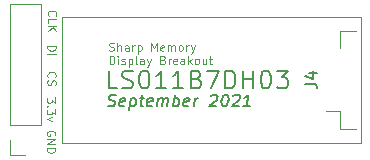
<source format=gbr>
%TF.GenerationSoftware,KiCad,Pcbnew,(5.99.0-11678-ga208dac8d8)*%
%TF.CreationDate,2021-09-17T02:16:07+07:00*%
%TF.ProjectId,sharp_memory_display,73686172-705f-46d6-956d-6f72795f6469,rev?*%
%TF.SameCoordinates,Original*%
%TF.FileFunction,Legend,Top*%
%TF.FilePolarity,Positive*%
%FSLAX46Y46*%
G04 Gerber Fmt 4.6, Leading zero omitted, Abs format (unit mm)*
G04 Created by KiCad (PCBNEW (5.99.0-11678-ga208dac8d8)) date 2021-09-17 02:16:07*
%MOMM*%
%LPD*%
G01*
G04 APERTURE LIST*
%ADD10C,0.120000*%
%ADD11C,0.150000*%
%ADD12C,0.125000*%
G04 APERTURE END LIST*
D10*
X52652642Y-35840389D02*
X52652642Y-25140389D01*
X52652642Y-25140389D02*
X27402642Y-25140389D01*
X27402642Y-35840389D02*
X52652642Y-35840389D01*
X27402642Y-25140389D02*
X27402642Y-35840389D01*
D11*
X32052641Y-31218960D02*
X31338356Y-31218960D01*
X31338356Y-29718960D01*
X32481213Y-31147531D02*
X32695499Y-31218960D01*
X33052642Y-31218960D01*
X33195499Y-31147531D01*
X33266927Y-31076103D01*
X33338356Y-30933246D01*
X33338356Y-30790389D01*
X33266927Y-30647531D01*
X33195499Y-30576103D01*
X33052642Y-30504674D01*
X32766927Y-30433246D01*
X32624070Y-30361817D01*
X32552642Y-30290389D01*
X32481213Y-30147531D01*
X32481213Y-30004674D01*
X32552642Y-29861817D01*
X32624070Y-29790389D01*
X32766927Y-29718960D01*
X33124070Y-29718960D01*
X33338356Y-29790389D01*
X34266927Y-29718960D02*
X34409784Y-29718960D01*
X34552642Y-29790389D01*
X34624070Y-29861817D01*
X34695499Y-30004674D01*
X34766927Y-30290389D01*
X34766927Y-30647531D01*
X34695499Y-30933246D01*
X34624070Y-31076103D01*
X34552642Y-31147531D01*
X34409784Y-31218960D01*
X34266927Y-31218960D01*
X34124070Y-31147531D01*
X34052642Y-31076103D01*
X33981213Y-30933246D01*
X33909784Y-30647531D01*
X33909784Y-30290389D01*
X33981213Y-30004674D01*
X34052642Y-29861817D01*
X34124070Y-29790389D01*
X34266927Y-29718960D01*
X36195499Y-31218960D02*
X35338356Y-31218960D01*
X35766927Y-31218960D02*
X35766927Y-29718960D01*
X35624070Y-29933246D01*
X35481213Y-30076103D01*
X35338356Y-30147531D01*
X37624070Y-31218960D02*
X36766927Y-31218960D01*
X37195499Y-31218960D02*
X37195499Y-29718960D01*
X37052642Y-29933246D01*
X36909784Y-30076103D01*
X36766927Y-30147531D01*
X38766927Y-30433246D02*
X38981213Y-30504674D01*
X39052642Y-30576103D01*
X39124070Y-30718960D01*
X39124070Y-30933246D01*
X39052642Y-31076103D01*
X38981213Y-31147531D01*
X38838356Y-31218960D01*
X38266927Y-31218960D01*
X38266927Y-29718960D01*
X38766927Y-29718960D01*
X38909784Y-29790389D01*
X38981213Y-29861817D01*
X39052642Y-30004674D01*
X39052642Y-30147531D01*
X38981213Y-30290389D01*
X38909784Y-30361817D01*
X38766927Y-30433246D01*
X38266927Y-30433246D01*
X39624070Y-29718960D02*
X40624070Y-29718960D01*
X39981213Y-31218960D01*
X41195499Y-31218960D02*
X41195499Y-29718960D01*
X41552642Y-29718960D01*
X41766927Y-29790389D01*
X41909784Y-29933246D01*
X41981213Y-30076103D01*
X42052642Y-30361817D01*
X42052642Y-30576103D01*
X41981213Y-30861817D01*
X41909784Y-31004674D01*
X41766927Y-31147531D01*
X41552642Y-31218960D01*
X41195499Y-31218960D01*
X42695499Y-31218960D02*
X42695499Y-29718960D01*
X42695499Y-30433246D02*
X43552642Y-30433246D01*
X43552642Y-31218960D02*
X43552642Y-29718960D01*
X44552642Y-29718960D02*
X44695499Y-29718960D01*
X44838356Y-29790389D01*
X44909784Y-29861817D01*
X44981213Y-30004674D01*
X45052642Y-30290389D01*
X45052642Y-30647531D01*
X44981213Y-30933246D01*
X44909784Y-31076103D01*
X44838356Y-31147531D01*
X44695499Y-31218960D01*
X44552642Y-31218960D01*
X44409784Y-31147531D01*
X44338356Y-31076103D01*
X44266927Y-30933246D01*
X44195499Y-30647531D01*
X44195499Y-30290389D01*
X44266927Y-30004674D01*
X44338356Y-29861817D01*
X44409784Y-29790389D01*
X44552642Y-29718960D01*
X45552642Y-29718960D02*
X46481213Y-29718960D01*
X45981213Y-30290389D01*
X46195499Y-30290389D01*
X46338356Y-30361817D01*
X46409784Y-30433246D01*
X46481213Y-30576103D01*
X46481213Y-30933246D01*
X46409784Y-31076103D01*
X46338356Y-31147531D01*
X46195499Y-31218960D01*
X45766927Y-31218960D01*
X45624070Y-31147531D01*
X45552642Y-31076103D01*
D12*
X26135975Y-27640389D02*
X26835975Y-27640389D01*
X26835975Y-27807055D01*
X26802642Y-27907055D01*
X26735975Y-27973722D01*
X26669308Y-28007055D01*
X26535975Y-28040389D01*
X26435975Y-28040389D01*
X26302642Y-28007055D01*
X26235975Y-27973722D01*
X26169308Y-27907055D01*
X26135975Y-27807055D01*
X26135975Y-27640389D01*
X26135975Y-28340389D02*
X26835975Y-28340389D01*
X26785975Y-31990389D02*
X26785975Y-32423722D01*
X26519308Y-32190389D01*
X26519308Y-32290389D01*
X26485975Y-32357055D01*
X26452642Y-32390389D01*
X26385975Y-32423722D01*
X26219308Y-32423722D01*
X26152642Y-32390389D01*
X26119308Y-32357055D01*
X26085975Y-32290389D01*
X26085975Y-32090389D01*
X26119308Y-32023722D01*
X26152642Y-31990389D01*
X26152642Y-32723722D02*
X26119308Y-32757055D01*
X26085975Y-32723722D01*
X26119308Y-32690389D01*
X26152642Y-32723722D01*
X26085975Y-32723722D01*
X26785975Y-32990389D02*
X26785975Y-33423722D01*
X26519308Y-33190389D01*
X26519308Y-33290389D01*
X26485975Y-33357055D01*
X26452642Y-33390389D01*
X26385975Y-33423722D01*
X26219308Y-33423722D01*
X26152642Y-33390389D01*
X26119308Y-33357055D01*
X26085975Y-33290389D01*
X26085975Y-33090389D01*
X26119308Y-33023722D01*
X26152642Y-32990389D01*
X26552642Y-33657055D02*
X26085975Y-33823722D01*
X26552642Y-33990389D01*
X26752642Y-35207055D02*
X26785975Y-35140389D01*
X26785975Y-35040389D01*
X26752642Y-34940389D01*
X26685975Y-34873722D01*
X26619308Y-34840389D01*
X26485975Y-34807055D01*
X26385975Y-34807055D01*
X26252642Y-34840389D01*
X26185975Y-34873722D01*
X26119308Y-34940389D01*
X26085975Y-35040389D01*
X26085975Y-35107055D01*
X26119308Y-35207055D01*
X26152642Y-35240389D01*
X26385975Y-35240389D01*
X26385975Y-35107055D01*
X26085975Y-35540389D02*
X26785975Y-35540389D01*
X26085975Y-35940389D01*
X26785975Y-35940389D01*
X26085975Y-36273722D02*
X26785975Y-36273722D01*
X26785975Y-36440389D01*
X26752642Y-36540389D01*
X26685975Y-36607055D01*
X26619308Y-36640389D01*
X26485975Y-36673722D01*
X26385975Y-36673722D01*
X26252642Y-36640389D01*
X26185975Y-36607055D01*
X26119308Y-36540389D01*
X26085975Y-36440389D01*
X26085975Y-36273722D01*
X26202642Y-30273722D02*
X26169308Y-30240389D01*
X26135975Y-30140389D01*
X26135975Y-30073722D01*
X26169308Y-29973722D01*
X26235975Y-29907055D01*
X26302642Y-29873722D01*
X26435975Y-29840389D01*
X26535975Y-29840389D01*
X26669308Y-29873722D01*
X26735975Y-29907055D01*
X26802642Y-29973722D01*
X26835975Y-30073722D01*
X26835975Y-30140389D01*
X26802642Y-30240389D01*
X26769308Y-30273722D01*
X26169308Y-30540389D02*
X26135975Y-30640389D01*
X26135975Y-30807055D01*
X26169308Y-30873722D01*
X26202642Y-30907055D01*
X26269308Y-30940389D01*
X26335975Y-30940389D01*
X26402642Y-30907055D01*
X26435975Y-30873722D01*
X26469308Y-30807055D01*
X26502642Y-30673722D01*
X26535975Y-30607055D01*
X26569308Y-30573722D01*
X26635975Y-30540389D01*
X26702642Y-30540389D01*
X26769308Y-30573722D01*
X26802642Y-30607055D01*
X26835975Y-30673722D01*
X26835975Y-30840389D01*
X26802642Y-30940389D01*
X26252642Y-25073722D02*
X26219308Y-25040389D01*
X26185975Y-24940389D01*
X26185975Y-24873722D01*
X26219308Y-24773722D01*
X26285975Y-24707055D01*
X26352642Y-24673722D01*
X26485975Y-24640389D01*
X26585975Y-24640389D01*
X26719308Y-24673722D01*
X26785975Y-24707055D01*
X26852642Y-24773722D01*
X26885975Y-24873722D01*
X26885975Y-24940389D01*
X26852642Y-25040389D01*
X26819308Y-25073722D01*
X26185975Y-25707055D02*
X26185975Y-25373722D01*
X26885975Y-25373722D01*
X26185975Y-25940389D02*
X26885975Y-25940389D01*
X26185975Y-26340389D02*
X26585975Y-26040389D01*
X26885975Y-26340389D02*
X26485975Y-25940389D01*
D11*
X31252522Y-32695150D02*
X31389427Y-32742769D01*
X31627522Y-32742769D01*
X31728713Y-32695150D01*
X31782284Y-32647531D01*
X31841808Y-32552293D01*
X31853713Y-32457055D01*
X31817999Y-32361817D01*
X31776332Y-32314198D01*
X31687046Y-32266579D01*
X31502522Y-32218960D01*
X31413237Y-32171341D01*
X31371570Y-32123722D01*
X31335856Y-32028484D01*
X31347761Y-31933246D01*
X31407284Y-31838008D01*
X31460856Y-31790389D01*
X31562046Y-31742769D01*
X31800142Y-31742769D01*
X31937046Y-31790389D01*
X32633475Y-32695150D02*
X32532284Y-32742769D01*
X32341808Y-32742769D01*
X32252522Y-32695150D01*
X32216808Y-32599912D01*
X32264427Y-32218960D01*
X32323951Y-32123722D01*
X32425142Y-32076103D01*
X32615618Y-32076103D01*
X32704903Y-32123722D01*
X32740618Y-32218960D01*
X32728713Y-32314198D01*
X32240618Y-32409436D01*
X33187046Y-32076103D02*
X33062046Y-33076103D01*
X33181094Y-32123722D02*
X33282284Y-32076103D01*
X33472761Y-32076103D01*
X33562046Y-32123722D01*
X33603713Y-32171341D01*
X33639427Y-32266579D01*
X33603713Y-32552293D01*
X33544189Y-32647531D01*
X33490618Y-32695150D01*
X33389427Y-32742769D01*
X33198951Y-32742769D01*
X33109665Y-32695150D01*
X33948951Y-32076103D02*
X34329903Y-32076103D01*
X34133475Y-31742769D02*
X34026332Y-32599912D01*
X34062046Y-32695150D01*
X34151332Y-32742769D01*
X34246570Y-32742769D01*
X34966808Y-32695150D02*
X34865618Y-32742769D01*
X34675142Y-32742769D01*
X34585856Y-32695150D01*
X34550142Y-32599912D01*
X34597761Y-32218960D01*
X34657284Y-32123722D01*
X34758475Y-32076103D01*
X34948951Y-32076103D01*
X35038237Y-32123722D01*
X35073951Y-32218960D01*
X35062046Y-32314198D01*
X34573951Y-32409436D01*
X35437046Y-32742769D02*
X35520380Y-32076103D01*
X35508475Y-32171341D02*
X35562046Y-32123722D01*
X35663237Y-32076103D01*
X35806094Y-32076103D01*
X35895380Y-32123722D01*
X35931094Y-32218960D01*
X35865618Y-32742769D01*
X35931094Y-32218960D02*
X35990618Y-32123722D01*
X36091808Y-32076103D01*
X36234665Y-32076103D01*
X36323951Y-32123722D01*
X36359665Y-32218960D01*
X36294189Y-32742769D01*
X36770380Y-32742769D02*
X36895380Y-31742769D01*
X36847761Y-32123722D02*
X36948951Y-32076103D01*
X37139427Y-32076103D01*
X37228713Y-32123722D01*
X37270380Y-32171341D01*
X37306094Y-32266579D01*
X37270380Y-32552293D01*
X37210856Y-32647531D01*
X37157284Y-32695150D01*
X37056094Y-32742769D01*
X36865618Y-32742769D01*
X36776332Y-32695150D01*
X38062046Y-32695150D02*
X37960856Y-32742769D01*
X37770380Y-32742769D01*
X37681094Y-32695150D01*
X37645380Y-32599912D01*
X37692999Y-32218960D01*
X37752522Y-32123722D01*
X37853713Y-32076103D01*
X38044189Y-32076103D01*
X38133475Y-32123722D01*
X38169189Y-32218960D01*
X38157284Y-32314198D01*
X37669189Y-32409436D01*
X38532284Y-32742769D02*
X38615618Y-32076103D01*
X38591808Y-32266579D02*
X38651332Y-32171341D01*
X38704903Y-32123722D01*
X38806094Y-32076103D01*
X38901332Y-32076103D01*
X39978713Y-31838008D02*
X40032284Y-31790389D01*
X40133475Y-31742769D01*
X40371570Y-31742769D01*
X40460856Y-31790389D01*
X40502522Y-31838008D01*
X40538237Y-31933246D01*
X40526332Y-32028484D01*
X40460856Y-32171341D01*
X39817999Y-32742769D01*
X40437046Y-32742769D01*
X41181094Y-31742769D02*
X41276332Y-31742769D01*
X41365618Y-31790389D01*
X41407284Y-31838008D01*
X41442999Y-31933246D01*
X41466808Y-32123722D01*
X41437046Y-32361817D01*
X41365618Y-32552293D01*
X41306094Y-32647531D01*
X41252522Y-32695150D01*
X41151332Y-32742769D01*
X41056094Y-32742769D01*
X40966808Y-32695150D01*
X40925142Y-32647531D01*
X40889427Y-32552293D01*
X40865618Y-32361817D01*
X40895380Y-32123722D01*
X40966808Y-31933246D01*
X41026332Y-31838008D01*
X41079903Y-31790389D01*
X41181094Y-31742769D01*
X41883475Y-31838008D02*
X41937046Y-31790389D01*
X42038237Y-31742769D01*
X42276332Y-31742769D01*
X42365618Y-31790389D01*
X42407284Y-31838008D01*
X42442999Y-31933246D01*
X42431094Y-32028484D01*
X42365618Y-32171341D01*
X41722761Y-32742769D01*
X42341808Y-32742769D01*
X43294189Y-32742769D02*
X42722761Y-32742769D01*
X43008475Y-32742769D02*
X43133475Y-31742769D01*
X43020380Y-31885627D01*
X42913237Y-31980865D01*
X42812046Y-32028484D01*
D10*
X31363975Y-28010222D02*
X31463975Y-28043555D01*
X31630642Y-28043555D01*
X31697308Y-28010222D01*
X31730642Y-27976889D01*
X31763975Y-27910222D01*
X31763975Y-27843555D01*
X31730642Y-27776889D01*
X31697308Y-27743555D01*
X31630642Y-27710222D01*
X31497308Y-27676889D01*
X31430642Y-27643555D01*
X31397308Y-27610222D01*
X31363975Y-27543555D01*
X31363975Y-27476889D01*
X31397308Y-27410222D01*
X31430642Y-27376889D01*
X31497308Y-27343555D01*
X31663975Y-27343555D01*
X31763975Y-27376889D01*
X32063975Y-28043555D02*
X32063975Y-27343555D01*
X32363975Y-28043555D02*
X32363975Y-27676889D01*
X32330642Y-27610222D01*
X32263975Y-27576889D01*
X32163975Y-27576889D01*
X32097308Y-27610222D01*
X32063975Y-27643555D01*
X32997308Y-28043555D02*
X32997308Y-27676889D01*
X32963975Y-27610222D01*
X32897308Y-27576889D01*
X32763975Y-27576889D01*
X32697308Y-27610222D01*
X32997308Y-28010222D02*
X32930642Y-28043555D01*
X32763975Y-28043555D01*
X32697308Y-28010222D01*
X32663975Y-27943555D01*
X32663975Y-27876889D01*
X32697308Y-27810222D01*
X32763975Y-27776889D01*
X32930642Y-27776889D01*
X32997308Y-27743555D01*
X33330642Y-28043555D02*
X33330642Y-27576889D01*
X33330642Y-27710222D02*
X33363975Y-27643555D01*
X33397308Y-27610222D01*
X33463975Y-27576889D01*
X33530642Y-27576889D01*
X33763975Y-27576889D02*
X33763975Y-28276889D01*
X33763975Y-27610222D02*
X33830642Y-27576889D01*
X33963975Y-27576889D01*
X34030642Y-27610222D01*
X34063975Y-27643555D01*
X34097308Y-27710222D01*
X34097308Y-27910222D01*
X34063975Y-27976889D01*
X34030642Y-28010222D01*
X33963975Y-28043555D01*
X33830642Y-28043555D01*
X33763975Y-28010222D01*
X34930642Y-28043555D02*
X34930642Y-27343555D01*
X35163975Y-27843555D01*
X35397308Y-27343555D01*
X35397308Y-28043555D01*
X35997308Y-28010222D02*
X35930642Y-28043555D01*
X35797308Y-28043555D01*
X35730642Y-28010222D01*
X35697308Y-27943555D01*
X35697308Y-27676889D01*
X35730642Y-27610222D01*
X35797308Y-27576889D01*
X35930642Y-27576889D01*
X35997308Y-27610222D01*
X36030642Y-27676889D01*
X36030642Y-27743555D01*
X35697308Y-27810222D01*
X36330642Y-28043555D02*
X36330642Y-27576889D01*
X36330642Y-27643555D02*
X36363975Y-27610222D01*
X36430642Y-27576889D01*
X36530642Y-27576889D01*
X36597308Y-27610222D01*
X36630642Y-27676889D01*
X36630642Y-28043555D01*
X36630642Y-27676889D02*
X36663975Y-27610222D01*
X36730642Y-27576889D01*
X36830642Y-27576889D01*
X36897308Y-27610222D01*
X36930642Y-27676889D01*
X36930642Y-28043555D01*
X37363975Y-28043555D02*
X37297308Y-28010222D01*
X37263975Y-27976889D01*
X37230642Y-27910222D01*
X37230642Y-27710222D01*
X37263975Y-27643555D01*
X37297308Y-27610222D01*
X37363975Y-27576889D01*
X37463975Y-27576889D01*
X37530642Y-27610222D01*
X37563975Y-27643555D01*
X37597308Y-27710222D01*
X37597308Y-27910222D01*
X37563975Y-27976889D01*
X37530642Y-28010222D01*
X37463975Y-28043555D01*
X37363975Y-28043555D01*
X37897308Y-28043555D02*
X37897308Y-27576889D01*
X37897308Y-27710222D02*
X37930642Y-27643555D01*
X37963975Y-27610222D01*
X38030642Y-27576889D01*
X38097308Y-27576889D01*
X38263975Y-27576889D02*
X38430642Y-28043555D01*
X38597308Y-27576889D02*
X38430642Y-28043555D01*
X38363975Y-28210222D01*
X38330642Y-28243555D01*
X38263975Y-28276889D01*
X31397308Y-29170555D02*
X31397308Y-28470555D01*
X31563975Y-28470555D01*
X31663975Y-28503889D01*
X31730642Y-28570555D01*
X31763975Y-28637222D01*
X31797308Y-28770555D01*
X31797308Y-28870555D01*
X31763975Y-29003889D01*
X31730642Y-29070555D01*
X31663975Y-29137222D01*
X31563975Y-29170555D01*
X31397308Y-29170555D01*
X32097308Y-29170555D02*
X32097308Y-28703889D01*
X32097308Y-28470555D02*
X32063975Y-28503889D01*
X32097308Y-28537222D01*
X32130642Y-28503889D01*
X32097308Y-28470555D01*
X32097308Y-28537222D01*
X32397308Y-29137222D02*
X32463975Y-29170555D01*
X32597308Y-29170555D01*
X32663975Y-29137222D01*
X32697308Y-29070555D01*
X32697308Y-29037222D01*
X32663975Y-28970555D01*
X32597308Y-28937222D01*
X32497308Y-28937222D01*
X32430642Y-28903889D01*
X32397308Y-28837222D01*
X32397308Y-28803889D01*
X32430642Y-28737222D01*
X32497308Y-28703889D01*
X32597308Y-28703889D01*
X32663975Y-28737222D01*
X32997308Y-28703889D02*
X32997308Y-29403889D01*
X32997308Y-28737222D02*
X33063975Y-28703889D01*
X33197308Y-28703889D01*
X33263975Y-28737222D01*
X33297308Y-28770555D01*
X33330642Y-28837222D01*
X33330642Y-29037222D01*
X33297308Y-29103889D01*
X33263975Y-29137222D01*
X33197308Y-29170555D01*
X33063975Y-29170555D01*
X32997308Y-29137222D01*
X33730642Y-29170555D02*
X33663975Y-29137222D01*
X33630642Y-29070555D01*
X33630642Y-28470555D01*
X34297308Y-29170555D02*
X34297308Y-28803889D01*
X34263975Y-28737222D01*
X34197308Y-28703889D01*
X34063975Y-28703889D01*
X33997308Y-28737222D01*
X34297308Y-29137222D02*
X34230642Y-29170555D01*
X34063975Y-29170555D01*
X33997308Y-29137222D01*
X33963975Y-29070555D01*
X33963975Y-29003889D01*
X33997308Y-28937222D01*
X34063975Y-28903889D01*
X34230642Y-28903889D01*
X34297308Y-28870555D01*
X34563975Y-28703889D02*
X34730642Y-29170555D01*
X34897308Y-28703889D02*
X34730642Y-29170555D01*
X34663975Y-29337222D01*
X34630642Y-29370555D01*
X34563975Y-29403889D01*
X35930642Y-28803889D02*
X36030642Y-28837222D01*
X36063975Y-28870555D01*
X36097308Y-28937222D01*
X36097308Y-29037222D01*
X36063975Y-29103889D01*
X36030642Y-29137222D01*
X35963975Y-29170555D01*
X35697308Y-29170555D01*
X35697308Y-28470555D01*
X35930642Y-28470555D01*
X35997308Y-28503889D01*
X36030642Y-28537222D01*
X36063975Y-28603889D01*
X36063975Y-28670555D01*
X36030642Y-28737222D01*
X35997308Y-28770555D01*
X35930642Y-28803889D01*
X35697308Y-28803889D01*
X36397308Y-29170555D02*
X36397308Y-28703889D01*
X36397308Y-28837222D02*
X36430642Y-28770555D01*
X36463975Y-28737222D01*
X36530642Y-28703889D01*
X36597308Y-28703889D01*
X37097308Y-29137222D02*
X37030642Y-29170555D01*
X36897308Y-29170555D01*
X36830642Y-29137222D01*
X36797308Y-29070555D01*
X36797308Y-28803889D01*
X36830642Y-28737222D01*
X36897308Y-28703889D01*
X37030642Y-28703889D01*
X37097308Y-28737222D01*
X37130642Y-28803889D01*
X37130642Y-28870555D01*
X36797308Y-28937222D01*
X37730642Y-29170555D02*
X37730642Y-28803889D01*
X37697308Y-28737222D01*
X37630642Y-28703889D01*
X37497308Y-28703889D01*
X37430642Y-28737222D01*
X37730642Y-29137222D02*
X37663975Y-29170555D01*
X37497308Y-29170555D01*
X37430642Y-29137222D01*
X37397308Y-29070555D01*
X37397308Y-29003889D01*
X37430642Y-28937222D01*
X37497308Y-28903889D01*
X37663975Y-28903889D01*
X37730642Y-28870555D01*
X38063975Y-29170555D02*
X38063975Y-28470555D01*
X38130642Y-28903889D02*
X38330642Y-29170555D01*
X38330642Y-28703889D02*
X38063975Y-28970555D01*
X38730642Y-29170555D02*
X38663975Y-29137222D01*
X38630642Y-29103889D01*
X38597308Y-29037222D01*
X38597308Y-28837222D01*
X38630642Y-28770555D01*
X38663975Y-28737222D01*
X38730642Y-28703889D01*
X38830642Y-28703889D01*
X38897308Y-28737222D01*
X38930642Y-28770555D01*
X38963975Y-28837222D01*
X38963975Y-29037222D01*
X38930642Y-29103889D01*
X38897308Y-29137222D01*
X38830642Y-29170555D01*
X38730642Y-29170555D01*
X39563975Y-28703889D02*
X39563975Y-29170555D01*
X39263975Y-28703889D02*
X39263975Y-29070555D01*
X39297308Y-29137222D01*
X39363975Y-29170555D01*
X39463975Y-29170555D01*
X39530642Y-29137222D01*
X39563975Y-29103889D01*
X39797308Y-28703889D02*
X40063975Y-28703889D01*
X39897308Y-28470555D02*
X39897308Y-29070555D01*
X39930642Y-29137222D01*
X39997308Y-29170555D01*
X40063975Y-29170555D01*
D11*
%TO.C,J4*%
X47955022Y-30823722D02*
X48669308Y-30823722D01*
X48812165Y-30871341D01*
X48907403Y-30966579D01*
X48955022Y-31109436D01*
X48955022Y-31204674D01*
X48288356Y-29918960D02*
X48955022Y-29918960D01*
X47907403Y-30157055D02*
X48621689Y-30395150D01*
X48621689Y-29776103D01*
D10*
X50902642Y-33150389D02*
X50902642Y-34640389D01*
X50902642Y-34640389D02*
X52242642Y-34640389D01*
X50902642Y-27830389D02*
X50902642Y-26340389D01*
X50902642Y-26340389D02*
X52242642Y-26340389D01*
X50902642Y-33150389D02*
X49702642Y-33150389D01*
%TO.C,J1*%
X22922600Y-36900400D02*
X22922600Y-35570400D01*
X22922600Y-34300400D02*
X22922600Y-24080400D01*
X25582600Y-24080400D02*
X22922600Y-24080400D01*
X25582600Y-34300400D02*
X25582600Y-24080400D01*
X25582600Y-34300400D02*
X22922600Y-34300400D01*
X24252600Y-36900400D02*
X22922600Y-36900400D01*
%TD*%
M02*

</source>
